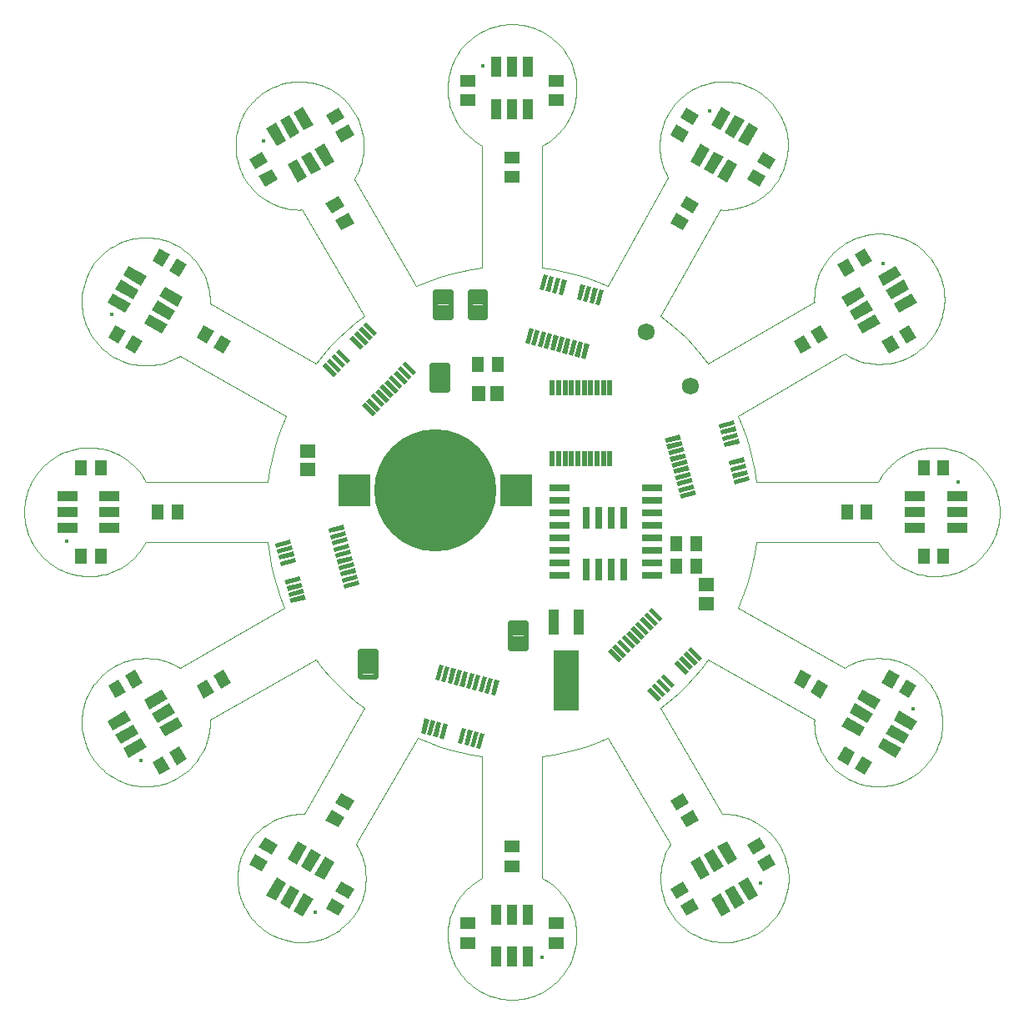
<source format=gbs>
G75*
G70*
%OFA0B0*%
%FSLAX24Y24*%
%IPPOS*%
%LPD*%
%AMOC8*
5,1,8,0,0,1.08239X$1,22.5*
%
%ADD10C,0.4882*%
%ADD11C,0.0679*%
%ADD12C,0.0000*%
%ADD13R,0.0434X0.0827*%
%ADD14C,0.0159*%
%ADD15R,0.0827X0.0434*%
%ADD16R,0.0620X0.0180*%
%ADD17R,0.0591X0.0473*%
%ADD18R,0.0473X0.0591*%
%ADD19R,0.0197X0.0631*%
%ADD20R,0.0280X0.0910*%
%ADD21R,0.1024X0.2402*%
%ADD22R,0.0434X0.1024*%
%ADD23R,0.1575X0.1575*%
%ADD24R,0.1300X0.1300*%
%ADD25R,0.0820X0.0250*%
%ADD26R,0.0631X0.0552*%
%ADD27R,0.0552X0.0631*%
%ADD28R,0.0434X0.0276*%
%ADD29C,0.0207*%
D10*
X016760Y020687D03*
D11*
X025181Y027021D03*
X026941Y024861D03*
D12*
X027661Y025741D02*
X031901Y028221D01*
X033101Y026141D02*
X028861Y023661D01*
X029581Y021021D02*
X034461Y021021D01*
X034523Y021130D01*
X034589Y021237D01*
X034661Y021340D01*
X034737Y021440D01*
X034818Y021535D01*
X034904Y021627D01*
X034994Y021715D01*
X035089Y021797D01*
X035187Y021876D01*
X035289Y021949D01*
X035395Y022017D01*
X035503Y022080D01*
X035615Y022138D01*
X035729Y022190D01*
X035846Y022236D01*
X035964Y022277D01*
X036085Y022312D01*
X036207Y022341D01*
X036331Y022364D01*
X036455Y022381D01*
X036580Y022392D01*
X036706Y022397D01*
X036831Y022395D01*
X036957Y022388D01*
X037081Y022374D01*
X037205Y022355D01*
X037328Y022329D01*
X037450Y022298D01*
X037570Y022260D01*
X037688Y022217D01*
X037803Y022168D01*
X037916Y022113D01*
X038027Y022053D01*
X038134Y021988D01*
X038238Y021917D01*
X038338Y021842D01*
X038435Y021762D01*
X038527Y021677D01*
X038616Y021588D01*
X038700Y021494D01*
X038779Y021397D01*
X038853Y021296D01*
X038923Y021191D01*
X038987Y021083D01*
X039046Y020972D01*
X039099Y020858D01*
X039147Y020742D01*
X039189Y020624D01*
X039225Y020504D01*
X039255Y020382D01*
X039280Y020258D01*
X039298Y020134D01*
X039310Y020009D01*
X039316Y019884D01*
X039316Y019758D01*
X039310Y019633D01*
X039298Y019508D01*
X039280Y019384D01*
X039255Y019260D01*
X039225Y019138D01*
X039189Y019018D01*
X039147Y018900D01*
X039099Y018784D01*
X039046Y018670D01*
X038987Y018559D01*
X038923Y018451D01*
X038853Y018346D01*
X038779Y018245D01*
X038700Y018148D01*
X038616Y018054D01*
X038527Y017965D01*
X038435Y017880D01*
X038338Y017800D01*
X038238Y017725D01*
X038134Y017654D01*
X038027Y017589D01*
X037916Y017529D01*
X037803Y017474D01*
X037688Y017425D01*
X037570Y017382D01*
X037450Y017344D01*
X037328Y017313D01*
X037205Y017287D01*
X037081Y017268D01*
X036957Y017254D01*
X036831Y017247D01*
X036706Y017245D01*
X036580Y017250D01*
X036455Y017261D01*
X036331Y017278D01*
X036207Y017301D01*
X036085Y017330D01*
X035964Y017365D01*
X035846Y017406D01*
X035729Y017452D01*
X035615Y017504D01*
X035503Y017562D01*
X035395Y017625D01*
X035289Y017693D01*
X035187Y017766D01*
X035089Y017845D01*
X034994Y017927D01*
X034904Y018015D01*
X034818Y018107D01*
X034737Y018202D01*
X034661Y018302D01*
X034589Y018405D01*
X034523Y018512D01*
X034461Y018621D01*
X029581Y018621D01*
X028861Y015981D02*
X033101Y013581D01*
X031901Y011501D02*
X027661Y013901D01*
X025741Y011981D02*
X028221Y007741D01*
X026141Y006541D02*
X023661Y010781D01*
X021021Y010061D02*
X021021Y005181D01*
X021130Y005119D01*
X021237Y005053D01*
X021340Y004981D01*
X021440Y004905D01*
X021535Y004824D01*
X021627Y004738D01*
X021715Y004648D01*
X021797Y004553D01*
X021876Y004455D01*
X021949Y004353D01*
X022017Y004247D01*
X022080Y004139D01*
X022138Y004027D01*
X022190Y003913D01*
X022236Y003796D01*
X022277Y003678D01*
X022312Y003557D01*
X022341Y003435D01*
X022364Y003311D01*
X022381Y003187D01*
X022392Y003062D01*
X022397Y002936D01*
X022395Y002811D01*
X022388Y002685D01*
X022374Y002561D01*
X022355Y002437D01*
X022329Y002314D01*
X022298Y002192D01*
X022260Y002072D01*
X022217Y001954D01*
X022168Y001839D01*
X022113Y001726D01*
X022053Y001615D01*
X021988Y001508D01*
X021917Y001404D01*
X021842Y001304D01*
X021762Y001207D01*
X021677Y001115D01*
X021588Y001026D01*
X021494Y000942D01*
X021397Y000863D01*
X021296Y000789D01*
X021191Y000719D01*
X021083Y000655D01*
X020972Y000596D01*
X020858Y000543D01*
X020742Y000495D01*
X020624Y000453D01*
X020504Y000417D01*
X020382Y000387D01*
X020258Y000362D01*
X020134Y000344D01*
X020009Y000332D01*
X019884Y000326D01*
X019758Y000326D01*
X019633Y000332D01*
X019508Y000344D01*
X019384Y000362D01*
X019260Y000387D01*
X019138Y000417D01*
X019018Y000453D01*
X018900Y000495D01*
X018784Y000543D01*
X018670Y000596D01*
X018559Y000655D01*
X018451Y000719D01*
X018346Y000789D01*
X018245Y000863D01*
X018148Y000942D01*
X018054Y001026D01*
X017965Y001115D01*
X017880Y001207D01*
X017800Y001304D01*
X017725Y001404D01*
X017654Y001508D01*
X017589Y001615D01*
X017529Y001726D01*
X017474Y001839D01*
X017425Y001954D01*
X017382Y002072D01*
X017344Y002192D01*
X017313Y002314D01*
X017287Y002437D01*
X017268Y002561D01*
X017254Y002685D01*
X017247Y002811D01*
X017245Y002936D01*
X017250Y003062D01*
X017261Y003187D01*
X017278Y003311D01*
X017301Y003435D01*
X017330Y003557D01*
X017365Y003678D01*
X017406Y003796D01*
X017452Y003913D01*
X017504Y004027D01*
X017562Y004139D01*
X017625Y004247D01*
X017693Y004353D01*
X017766Y004455D01*
X017845Y004553D01*
X017927Y004648D01*
X018015Y004738D01*
X018107Y004824D01*
X018202Y004905D01*
X018302Y004981D01*
X018405Y005053D01*
X018512Y005119D01*
X018621Y005181D01*
X018621Y010061D01*
X016061Y010781D02*
X013581Y006541D01*
X011501Y007741D02*
X013901Y011981D01*
X011981Y013901D02*
X007741Y011501D01*
X006541Y013581D02*
X010701Y015981D01*
X010061Y018621D02*
X005181Y018621D01*
X005119Y018512D01*
X005053Y018405D01*
X004981Y018302D01*
X004905Y018202D01*
X004824Y018107D01*
X004738Y018015D01*
X004648Y017927D01*
X004553Y017845D01*
X004455Y017766D01*
X004353Y017693D01*
X004247Y017625D01*
X004139Y017562D01*
X004027Y017504D01*
X003913Y017452D01*
X003796Y017406D01*
X003678Y017365D01*
X003557Y017330D01*
X003435Y017301D01*
X003311Y017278D01*
X003187Y017261D01*
X003062Y017250D01*
X002936Y017245D01*
X002811Y017247D01*
X002685Y017254D01*
X002561Y017268D01*
X002437Y017287D01*
X002314Y017313D01*
X002192Y017344D01*
X002072Y017382D01*
X001954Y017425D01*
X001839Y017474D01*
X001726Y017529D01*
X001615Y017589D01*
X001508Y017654D01*
X001404Y017725D01*
X001304Y017800D01*
X001207Y017880D01*
X001115Y017965D01*
X001026Y018054D01*
X000942Y018148D01*
X000863Y018245D01*
X000789Y018346D01*
X000719Y018451D01*
X000655Y018559D01*
X000596Y018670D01*
X000543Y018784D01*
X000495Y018900D01*
X000453Y019018D01*
X000417Y019138D01*
X000387Y019260D01*
X000362Y019384D01*
X000344Y019508D01*
X000332Y019633D01*
X000326Y019758D01*
X000326Y019884D01*
X000332Y020009D01*
X000344Y020134D01*
X000362Y020258D01*
X000387Y020382D01*
X000417Y020504D01*
X000453Y020624D01*
X000495Y020742D01*
X000543Y020858D01*
X000596Y020972D01*
X000655Y021083D01*
X000719Y021191D01*
X000789Y021296D01*
X000863Y021397D01*
X000942Y021494D01*
X001026Y021588D01*
X001115Y021677D01*
X001207Y021762D01*
X001304Y021842D01*
X001404Y021917D01*
X001508Y021988D01*
X001615Y022053D01*
X001726Y022113D01*
X001839Y022168D01*
X001954Y022217D01*
X002072Y022260D01*
X002192Y022298D01*
X002314Y022329D01*
X002437Y022355D01*
X002561Y022374D01*
X002685Y022388D01*
X002811Y022395D01*
X002936Y022397D01*
X003062Y022392D01*
X003187Y022381D01*
X003311Y022364D01*
X003435Y022341D01*
X003557Y022312D01*
X003678Y022277D01*
X003796Y022236D01*
X003913Y022190D01*
X004027Y022138D01*
X004139Y022080D01*
X004247Y022017D01*
X004353Y021949D01*
X004455Y021876D01*
X004553Y021797D01*
X004648Y021715D01*
X004738Y021627D01*
X004824Y021535D01*
X004905Y021440D01*
X004981Y021340D01*
X005053Y021237D01*
X005119Y021130D01*
X005181Y021021D01*
X010061Y021021D01*
X010781Y023661D02*
X006541Y026061D01*
X007741Y028141D02*
X011981Y025741D01*
X013901Y027661D02*
X011421Y031901D01*
X013501Y033101D02*
X015981Y028861D01*
X018621Y029581D02*
X018621Y034461D01*
X018512Y034523D01*
X018405Y034589D01*
X018302Y034661D01*
X018202Y034737D01*
X018107Y034818D01*
X018015Y034904D01*
X017927Y034994D01*
X017845Y035089D01*
X017766Y035187D01*
X017693Y035289D01*
X017625Y035395D01*
X017562Y035503D01*
X017504Y035615D01*
X017452Y035729D01*
X017406Y035846D01*
X017365Y035964D01*
X017330Y036085D01*
X017301Y036207D01*
X017278Y036331D01*
X017261Y036455D01*
X017250Y036580D01*
X017245Y036706D01*
X017247Y036831D01*
X017254Y036957D01*
X017268Y037081D01*
X017287Y037205D01*
X017313Y037328D01*
X017344Y037450D01*
X017382Y037570D01*
X017425Y037688D01*
X017474Y037803D01*
X017529Y037916D01*
X017589Y038027D01*
X017654Y038134D01*
X017725Y038238D01*
X017800Y038338D01*
X017880Y038435D01*
X017965Y038527D01*
X018054Y038616D01*
X018148Y038700D01*
X018245Y038779D01*
X018346Y038853D01*
X018451Y038923D01*
X018559Y038987D01*
X018670Y039046D01*
X018784Y039099D01*
X018900Y039147D01*
X019018Y039189D01*
X019138Y039225D01*
X019260Y039255D01*
X019384Y039280D01*
X019508Y039298D01*
X019633Y039310D01*
X019758Y039316D01*
X019884Y039316D01*
X020009Y039310D01*
X020134Y039298D01*
X020258Y039280D01*
X020382Y039255D01*
X020504Y039225D01*
X020624Y039189D01*
X020742Y039147D01*
X020858Y039099D01*
X020972Y039046D01*
X021083Y038987D01*
X021191Y038923D01*
X021296Y038853D01*
X021397Y038779D01*
X021494Y038700D01*
X021588Y038616D01*
X021677Y038527D01*
X021762Y038435D01*
X021842Y038338D01*
X021917Y038238D01*
X021988Y038134D01*
X022053Y038027D01*
X022113Y037916D01*
X022168Y037803D01*
X022217Y037688D01*
X022260Y037570D01*
X022298Y037450D01*
X022329Y037328D01*
X022355Y037205D01*
X022374Y037081D01*
X022388Y036957D01*
X022395Y036831D01*
X022397Y036706D01*
X022392Y036580D01*
X022381Y036455D01*
X022364Y036331D01*
X022341Y036207D01*
X022312Y036085D01*
X022277Y035964D01*
X022236Y035846D01*
X022190Y035729D01*
X022138Y035615D01*
X022080Y035503D01*
X022017Y035395D01*
X021949Y035289D01*
X021876Y035187D01*
X021797Y035089D01*
X021715Y034994D01*
X021627Y034904D01*
X021535Y034818D01*
X021440Y034737D01*
X021340Y034661D01*
X021237Y034589D01*
X021130Y034523D01*
X021021Y034461D01*
X021021Y029581D01*
X023661Y028861D02*
X026061Y033181D01*
X028141Y031901D02*
X025741Y027661D01*
X028141Y031901D02*
X028267Y031897D01*
X028393Y031899D01*
X028518Y031908D01*
X028643Y031922D01*
X028766Y031943D01*
X028889Y031970D01*
X029010Y032002D01*
X029130Y032041D01*
X029247Y032085D01*
X029363Y032135D01*
X029475Y032191D01*
X029585Y032252D01*
X029691Y032319D01*
X029795Y032390D01*
X029894Y032467D01*
X029990Y032548D01*
X030082Y032634D01*
X030169Y032724D01*
X030252Y032818D01*
X030330Y032917D01*
X030403Y033019D01*
X030471Y033124D01*
X030534Y033233D01*
X030591Y033345D01*
X030643Y033459D01*
X030689Y033576D01*
X030730Y033695D01*
X030764Y033816D01*
X030793Y033938D01*
X030816Y034061D01*
X030832Y034186D01*
X030843Y034311D01*
X030847Y034437D01*
X030845Y034562D01*
X030837Y034687D01*
X030823Y034812D01*
X030803Y034936D01*
X030776Y035059D01*
X030744Y035180D01*
X030706Y035300D01*
X030662Y035418D01*
X030612Y035533D01*
X030557Y035646D01*
X030496Y035756D01*
X030430Y035862D01*
X030359Y035966D01*
X030283Y036066D01*
X030202Y036162D01*
X030116Y036254D01*
X030026Y036341D01*
X029932Y036424D01*
X029834Y036503D01*
X029732Y036576D01*
X029627Y036645D01*
X029518Y036708D01*
X029407Y036766D01*
X029293Y036818D01*
X029176Y036864D01*
X029057Y036905D01*
X028937Y036940D01*
X028814Y036969D01*
X028691Y036992D01*
X028566Y037009D01*
X028441Y037020D01*
X028316Y037025D01*
X028190Y037023D01*
X028065Y037016D01*
X027940Y037002D01*
X027816Y036982D01*
X027693Y036956D01*
X027572Y036924D01*
X027452Y036887D01*
X027334Y036843D01*
X027219Y036794D01*
X027106Y036739D01*
X026996Y036678D01*
X026889Y036613D01*
X026785Y036542D01*
X026685Y036466D01*
X026589Y036385D01*
X026496Y036300D01*
X026408Y036210D01*
X026325Y036116D01*
X026246Y036019D01*
X026173Y035917D01*
X026104Y035812D01*
X026040Y035704D01*
X025982Y035592D01*
X025929Y035478D01*
X025882Y035362D01*
X025841Y035243D01*
X025806Y035123D01*
X025776Y035001D01*
X025753Y034877D01*
X025736Y034753D01*
X025724Y034628D01*
X025719Y034502D01*
X025720Y034377D01*
X025728Y034251D01*
X025741Y034126D01*
X025760Y034002D01*
X025786Y033879D01*
X025817Y033758D01*
X025855Y033638D01*
X025898Y033520D01*
X025947Y033404D01*
X026001Y033291D01*
X026061Y033181D01*
X031900Y028221D02*
X031898Y028348D01*
X031902Y028475D01*
X031912Y028602D01*
X031928Y028728D01*
X031950Y028853D01*
X031978Y028977D01*
X032013Y029100D01*
X032053Y029220D01*
X032099Y029339D01*
X032151Y029455D01*
X032209Y029568D01*
X032272Y029679D01*
X032340Y029786D01*
X032413Y029890D01*
X032492Y029990D01*
X032575Y030086D01*
X032663Y030178D01*
X032755Y030265D01*
X032851Y030348D01*
X032951Y030426D01*
X033055Y030500D01*
X033163Y030568D01*
X033273Y030630D01*
X033387Y030688D01*
X033503Y030739D01*
X033622Y030785D01*
X033742Y030825D01*
X033865Y030859D01*
X033989Y030887D01*
X034114Y030909D01*
X034240Y030925D01*
X034367Y030935D01*
X034494Y030938D01*
X034621Y030935D01*
X034748Y030926D01*
X034874Y030911D01*
X035000Y030890D01*
X035124Y030862D01*
X035246Y030829D01*
X035367Y030790D01*
X035486Y030744D01*
X035603Y030693D01*
X035716Y030637D01*
X035827Y030575D01*
X035935Y030507D01*
X036039Y030435D01*
X036140Y030357D01*
X036237Y030275D01*
X036330Y030188D01*
X036418Y030096D01*
X036502Y030000D01*
X036580Y029901D01*
X036654Y029797D01*
X036723Y029690D01*
X036787Y029580D01*
X036845Y029467D01*
X036897Y029351D01*
X036944Y029233D01*
X036985Y029113D01*
X037020Y028991D01*
X037049Y028867D01*
X037072Y028742D01*
X037089Y028616D01*
X037099Y028489D01*
X037104Y028362D01*
X037102Y028235D01*
X037094Y028108D01*
X037080Y027982D01*
X037060Y027856D01*
X037033Y027732D01*
X037001Y027609D01*
X036962Y027488D01*
X036918Y027369D01*
X036868Y027252D01*
X036812Y027137D01*
X036751Y027026D01*
X036684Y026918D01*
X036613Y026813D01*
X036536Y026712D01*
X036454Y026614D01*
X036368Y026521D01*
X036277Y026432D01*
X036182Y026347D01*
X036083Y026268D01*
X035980Y026193D01*
X035874Y026123D01*
X035764Y026059D01*
X035651Y026000D01*
X035536Y025947D01*
X035418Y025899D01*
X035298Y025857D01*
X035176Y025821D01*
X035053Y025791D01*
X034928Y025767D01*
X034802Y025749D01*
X034675Y025738D01*
X034548Y025732D01*
X034421Y025733D01*
X034294Y025740D01*
X034168Y025753D01*
X034042Y025773D01*
X033918Y025798D01*
X033794Y025830D01*
X033673Y025867D01*
X033553Y025911D01*
X033436Y025960D01*
X033321Y026015D01*
X033210Y026075D01*
X033101Y026141D01*
X010061Y018621D02*
X010117Y018170D01*
X010195Y017723D01*
X010292Y017279D01*
X010408Y016841D01*
X010545Y016407D01*
X010701Y015981D01*
X006541Y013581D02*
X006434Y013645D01*
X006324Y013703D01*
X006211Y013756D01*
X006095Y013803D01*
X005978Y013845D01*
X005858Y013881D01*
X005737Y013911D01*
X005615Y013935D01*
X005491Y013953D01*
X005367Y013965D01*
X005243Y013971D01*
X005118Y013971D01*
X004993Y013965D01*
X004869Y013953D01*
X004746Y013935D01*
X004623Y013911D01*
X004502Y013880D01*
X004383Y013845D01*
X004265Y013803D01*
X004150Y013755D01*
X004037Y013702D01*
X003927Y013644D01*
X003820Y013580D01*
X003716Y013511D01*
X003615Y013438D01*
X003518Y013359D01*
X003425Y013276D01*
X003337Y013188D01*
X003252Y013096D01*
X003172Y013000D01*
X003097Y012901D01*
X003027Y012798D01*
X002962Y012691D01*
X002903Y012582D01*
X002848Y012469D01*
X002799Y012354D01*
X002756Y012237D01*
X002719Y012118D01*
X002687Y011998D01*
X002662Y011876D01*
X002642Y011752D01*
X002628Y011628D01*
X002621Y011504D01*
X002619Y011379D01*
X002624Y011255D01*
X002634Y011130D01*
X002651Y011007D01*
X002674Y010884D01*
X002702Y010763D01*
X002737Y010643D01*
X002777Y010525D01*
X002823Y010409D01*
X002874Y010295D01*
X002931Y010184D01*
X002994Y010076D01*
X003061Y009971D01*
X003134Y009870D01*
X003211Y009772D01*
X003293Y009678D01*
X003380Y009588D01*
X003471Y009503D01*
X003565Y009422D01*
X003664Y009345D01*
X003766Y009274D01*
X003872Y009208D01*
X003981Y009147D01*
X004092Y009091D01*
X004207Y009041D01*
X004323Y008996D01*
X004442Y008957D01*
X004562Y008924D01*
X004684Y008897D01*
X004807Y008876D01*
X004930Y008860D01*
X005055Y008851D01*
X005179Y008848D01*
X005304Y008851D01*
X005429Y008860D01*
X005552Y008875D01*
X005675Y008896D01*
X005797Y008923D01*
X005917Y008956D01*
X006036Y008995D01*
X006152Y009039D01*
X006267Y009089D01*
X006378Y009145D01*
X006487Y009206D01*
X006593Y009272D01*
X006695Y009343D01*
X006794Y009420D01*
X006889Y009500D01*
X006980Y009586D01*
X007067Y009676D01*
X007149Y009769D01*
X007226Y009867D01*
X007299Y009969D01*
X007367Y010073D01*
X007429Y010181D01*
X007486Y010292D01*
X007538Y010406D01*
X007584Y010522D01*
X007624Y010640D01*
X007659Y010760D01*
X007688Y010881D01*
X007711Y011004D01*
X007727Y011127D01*
X007738Y011251D01*
X007743Y011376D01*
X007741Y011501D01*
X011501Y007741D02*
X011376Y007743D01*
X011251Y007738D01*
X011127Y007727D01*
X011004Y007711D01*
X010881Y007688D01*
X010760Y007659D01*
X010640Y007624D01*
X010522Y007584D01*
X010406Y007538D01*
X010292Y007486D01*
X010181Y007429D01*
X010073Y007367D01*
X009969Y007299D01*
X009867Y007226D01*
X009769Y007149D01*
X009676Y007067D01*
X009586Y006980D01*
X009500Y006889D01*
X009420Y006794D01*
X009343Y006695D01*
X009272Y006593D01*
X009206Y006487D01*
X009145Y006378D01*
X009089Y006267D01*
X009039Y006152D01*
X008995Y006036D01*
X008956Y005917D01*
X008923Y005797D01*
X008896Y005675D01*
X008875Y005552D01*
X008860Y005429D01*
X008851Y005304D01*
X008848Y005179D01*
X008851Y005055D01*
X008860Y004930D01*
X008876Y004807D01*
X008897Y004684D01*
X008924Y004562D01*
X008957Y004442D01*
X008996Y004323D01*
X009041Y004207D01*
X009091Y004092D01*
X009147Y003981D01*
X009208Y003872D01*
X009274Y003766D01*
X009345Y003664D01*
X009422Y003565D01*
X009503Y003471D01*
X009588Y003380D01*
X009678Y003293D01*
X009772Y003211D01*
X009870Y003134D01*
X009971Y003061D01*
X010076Y002994D01*
X010184Y002931D01*
X010295Y002874D01*
X010409Y002823D01*
X010525Y002777D01*
X010643Y002737D01*
X010763Y002702D01*
X010884Y002674D01*
X011007Y002651D01*
X011130Y002634D01*
X011255Y002624D01*
X011379Y002619D01*
X011504Y002621D01*
X011628Y002628D01*
X011752Y002642D01*
X011876Y002662D01*
X011998Y002687D01*
X012118Y002719D01*
X012237Y002756D01*
X012354Y002799D01*
X012469Y002848D01*
X012582Y002903D01*
X012691Y002962D01*
X012798Y003027D01*
X012901Y003097D01*
X013000Y003172D01*
X013096Y003252D01*
X013188Y003337D01*
X013276Y003425D01*
X013359Y003518D01*
X013438Y003615D01*
X013511Y003716D01*
X013580Y003820D01*
X013644Y003927D01*
X013702Y004037D01*
X013755Y004150D01*
X013803Y004265D01*
X013845Y004383D01*
X013880Y004502D01*
X013911Y004623D01*
X013935Y004746D01*
X013953Y004869D01*
X013965Y004993D01*
X013971Y005118D01*
X013971Y005243D01*
X013965Y005367D01*
X013953Y005491D01*
X013935Y005615D01*
X013911Y005737D01*
X013881Y005858D01*
X013845Y005978D01*
X013803Y006095D01*
X013756Y006211D01*
X013703Y006324D01*
X013645Y006434D01*
X013581Y006541D01*
X029581Y021022D02*
X029512Y021474D01*
X029423Y021923D01*
X029313Y022367D01*
X029182Y022805D01*
X029032Y023237D01*
X028861Y023662D01*
X018621Y010061D02*
X018182Y010132D01*
X017747Y010223D01*
X017317Y010334D01*
X016892Y010464D01*
X016473Y010613D01*
X016061Y010781D01*
X010061Y021021D02*
X010129Y021473D01*
X010219Y021922D01*
X010329Y022366D01*
X010459Y022804D01*
X010610Y023236D01*
X010781Y023661D01*
X006541Y026061D02*
X006434Y025997D01*
X006324Y025939D01*
X006211Y025886D01*
X006095Y025839D01*
X005978Y025797D01*
X005858Y025761D01*
X005737Y025731D01*
X005615Y025707D01*
X005491Y025689D01*
X005367Y025677D01*
X005243Y025671D01*
X005118Y025671D01*
X004993Y025677D01*
X004869Y025689D01*
X004746Y025707D01*
X004623Y025731D01*
X004502Y025762D01*
X004383Y025797D01*
X004265Y025839D01*
X004150Y025887D01*
X004037Y025940D01*
X003927Y025998D01*
X003820Y026062D01*
X003716Y026131D01*
X003615Y026204D01*
X003518Y026283D01*
X003425Y026366D01*
X003337Y026454D01*
X003252Y026546D01*
X003172Y026642D01*
X003097Y026741D01*
X003027Y026844D01*
X002962Y026951D01*
X002903Y027060D01*
X002848Y027173D01*
X002799Y027288D01*
X002756Y027405D01*
X002719Y027524D01*
X002687Y027644D01*
X002662Y027766D01*
X002642Y027890D01*
X002628Y028014D01*
X002621Y028138D01*
X002619Y028263D01*
X002624Y028387D01*
X002634Y028512D01*
X002651Y028635D01*
X002674Y028758D01*
X002702Y028879D01*
X002737Y028999D01*
X002777Y029117D01*
X002823Y029233D01*
X002874Y029347D01*
X002931Y029458D01*
X002994Y029566D01*
X003061Y029671D01*
X003134Y029772D01*
X003211Y029870D01*
X003293Y029964D01*
X003380Y030054D01*
X003471Y030139D01*
X003565Y030220D01*
X003664Y030297D01*
X003766Y030368D01*
X003872Y030434D01*
X003981Y030495D01*
X004092Y030551D01*
X004207Y030601D01*
X004323Y030646D01*
X004442Y030685D01*
X004562Y030718D01*
X004684Y030745D01*
X004807Y030766D01*
X004930Y030782D01*
X005055Y030791D01*
X005179Y030794D01*
X005304Y030791D01*
X005429Y030782D01*
X005552Y030767D01*
X005675Y030746D01*
X005797Y030719D01*
X005917Y030686D01*
X006036Y030647D01*
X006152Y030603D01*
X006267Y030553D01*
X006378Y030497D01*
X006487Y030436D01*
X006593Y030370D01*
X006695Y030299D01*
X006794Y030222D01*
X006889Y030142D01*
X006980Y030056D01*
X007067Y029966D01*
X007149Y029873D01*
X007226Y029775D01*
X007299Y029673D01*
X007367Y029569D01*
X007429Y029461D01*
X007486Y029350D01*
X007538Y029236D01*
X007584Y029120D01*
X007624Y029002D01*
X007659Y028882D01*
X007688Y028761D01*
X007711Y028638D01*
X007727Y028515D01*
X007738Y028391D01*
X007743Y028266D01*
X007741Y028141D01*
X011421Y031901D02*
X011296Y031899D01*
X011171Y031904D01*
X011047Y031915D01*
X010924Y031931D01*
X010801Y031954D01*
X010680Y031983D01*
X010560Y032018D01*
X010442Y032058D01*
X010326Y032104D01*
X010212Y032156D01*
X010101Y032213D01*
X009993Y032275D01*
X009889Y032343D01*
X009787Y032416D01*
X009689Y032493D01*
X009596Y032575D01*
X009506Y032662D01*
X009420Y032753D01*
X009340Y032848D01*
X009263Y032947D01*
X009192Y033049D01*
X009126Y033155D01*
X009065Y033264D01*
X009009Y033375D01*
X008959Y033490D01*
X008915Y033606D01*
X008876Y033725D01*
X008843Y033845D01*
X008816Y033967D01*
X008795Y034090D01*
X008780Y034213D01*
X008771Y034338D01*
X008768Y034463D01*
X008771Y034587D01*
X008780Y034712D01*
X008796Y034835D01*
X008817Y034958D01*
X008844Y035080D01*
X008877Y035200D01*
X008916Y035319D01*
X008961Y035435D01*
X009011Y035550D01*
X009067Y035661D01*
X009128Y035770D01*
X009194Y035876D01*
X009265Y035978D01*
X009342Y036077D01*
X009423Y036171D01*
X009508Y036262D01*
X009598Y036349D01*
X009692Y036431D01*
X009790Y036508D01*
X009891Y036581D01*
X009996Y036648D01*
X010104Y036711D01*
X010215Y036768D01*
X010329Y036819D01*
X010445Y036865D01*
X010563Y036905D01*
X010683Y036940D01*
X010804Y036968D01*
X010927Y036991D01*
X011050Y037008D01*
X011175Y037018D01*
X011299Y037023D01*
X011424Y037021D01*
X011548Y037014D01*
X011672Y037000D01*
X011796Y036980D01*
X011918Y036955D01*
X012038Y036923D01*
X012157Y036886D01*
X012274Y036843D01*
X012389Y036794D01*
X012502Y036739D01*
X012611Y036680D01*
X012718Y036615D01*
X012821Y036545D01*
X012920Y036470D01*
X013016Y036390D01*
X013108Y036305D01*
X013196Y036217D01*
X013279Y036124D01*
X013358Y036027D01*
X013431Y035926D01*
X013500Y035822D01*
X013564Y035715D01*
X013622Y035605D01*
X013675Y035492D01*
X013723Y035377D01*
X013765Y035259D01*
X013800Y035140D01*
X013831Y035019D01*
X013855Y034896D01*
X013873Y034773D01*
X013885Y034649D01*
X013891Y034524D01*
X013891Y034399D01*
X013885Y034275D01*
X013873Y034151D01*
X013855Y034027D01*
X013831Y033905D01*
X013801Y033784D01*
X013765Y033664D01*
X013723Y033547D01*
X013676Y033431D01*
X013623Y033318D01*
X013565Y033208D01*
X013501Y033101D01*
X029581Y018621D02*
X029513Y018169D01*
X029423Y017720D01*
X029313Y017276D01*
X029183Y016838D01*
X029032Y016406D01*
X028861Y015981D01*
X033101Y013581D02*
X033208Y013645D01*
X033318Y013703D01*
X033431Y013756D01*
X033547Y013803D01*
X033664Y013845D01*
X033784Y013881D01*
X033905Y013911D01*
X034027Y013935D01*
X034151Y013953D01*
X034275Y013965D01*
X034399Y013971D01*
X034524Y013971D01*
X034649Y013965D01*
X034773Y013953D01*
X034896Y013935D01*
X035019Y013911D01*
X035140Y013880D01*
X035259Y013845D01*
X035377Y013803D01*
X035492Y013755D01*
X035605Y013702D01*
X035715Y013644D01*
X035822Y013580D01*
X035926Y013511D01*
X036027Y013438D01*
X036124Y013359D01*
X036217Y013276D01*
X036305Y013188D01*
X036390Y013096D01*
X036470Y013000D01*
X036545Y012901D01*
X036615Y012798D01*
X036680Y012691D01*
X036739Y012582D01*
X036794Y012469D01*
X036843Y012354D01*
X036886Y012237D01*
X036923Y012118D01*
X036955Y011998D01*
X036980Y011876D01*
X037000Y011752D01*
X037014Y011628D01*
X037021Y011504D01*
X037023Y011379D01*
X037018Y011255D01*
X037008Y011130D01*
X036991Y011007D01*
X036968Y010884D01*
X036940Y010763D01*
X036905Y010643D01*
X036865Y010525D01*
X036819Y010409D01*
X036768Y010295D01*
X036711Y010184D01*
X036648Y010076D01*
X036581Y009971D01*
X036508Y009870D01*
X036431Y009772D01*
X036349Y009678D01*
X036262Y009588D01*
X036171Y009503D01*
X036077Y009422D01*
X035978Y009345D01*
X035876Y009274D01*
X035770Y009208D01*
X035661Y009147D01*
X035550Y009091D01*
X035435Y009041D01*
X035319Y008996D01*
X035200Y008957D01*
X035080Y008924D01*
X034958Y008897D01*
X034835Y008876D01*
X034712Y008860D01*
X034587Y008851D01*
X034463Y008848D01*
X034338Y008851D01*
X034213Y008860D01*
X034090Y008875D01*
X033967Y008896D01*
X033845Y008923D01*
X033725Y008956D01*
X033606Y008995D01*
X033490Y009039D01*
X033375Y009089D01*
X033264Y009145D01*
X033155Y009206D01*
X033049Y009272D01*
X032947Y009343D01*
X032848Y009420D01*
X032753Y009500D01*
X032662Y009586D01*
X032575Y009676D01*
X032493Y009769D01*
X032416Y009867D01*
X032343Y009969D01*
X032275Y010073D01*
X032213Y010181D01*
X032156Y010292D01*
X032104Y010406D01*
X032058Y010522D01*
X032018Y010640D01*
X031983Y010760D01*
X031954Y010881D01*
X031931Y011004D01*
X031915Y011127D01*
X031904Y011251D01*
X031899Y011376D01*
X031901Y011501D01*
X028221Y007741D02*
X028346Y007743D01*
X028471Y007738D01*
X028595Y007727D01*
X028718Y007711D01*
X028841Y007688D01*
X028962Y007659D01*
X029082Y007624D01*
X029200Y007584D01*
X029316Y007538D01*
X029430Y007486D01*
X029541Y007429D01*
X029649Y007367D01*
X029753Y007299D01*
X029855Y007226D01*
X029953Y007149D01*
X030046Y007067D01*
X030136Y006980D01*
X030222Y006889D01*
X030302Y006794D01*
X030379Y006695D01*
X030450Y006593D01*
X030516Y006487D01*
X030577Y006378D01*
X030633Y006267D01*
X030683Y006152D01*
X030727Y006036D01*
X030766Y005917D01*
X030799Y005797D01*
X030826Y005675D01*
X030847Y005552D01*
X030862Y005429D01*
X030871Y005304D01*
X030874Y005179D01*
X030871Y005055D01*
X030862Y004930D01*
X030846Y004807D01*
X030825Y004684D01*
X030798Y004562D01*
X030765Y004442D01*
X030726Y004323D01*
X030681Y004207D01*
X030631Y004092D01*
X030575Y003981D01*
X030514Y003872D01*
X030448Y003766D01*
X030377Y003664D01*
X030300Y003565D01*
X030219Y003471D01*
X030134Y003380D01*
X030044Y003293D01*
X029950Y003211D01*
X029852Y003134D01*
X029751Y003061D01*
X029646Y002994D01*
X029538Y002931D01*
X029427Y002874D01*
X029313Y002823D01*
X029197Y002777D01*
X029079Y002737D01*
X028959Y002702D01*
X028838Y002674D01*
X028715Y002651D01*
X028592Y002634D01*
X028467Y002624D01*
X028343Y002619D01*
X028218Y002621D01*
X028094Y002628D01*
X027970Y002642D01*
X027846Y002662D01*
X027724Y002687D01*
X027604Y002719D01*
X027485Y002756D01*
X027368Y002799D01*
X027253Y002848D01*
X027140Y002903D01*
X027031Y002962D01*
X026924Y003027D01*
X026821Y003097D01*
X026722Y003172D01*
X026626Y003252D01*
X026534Y003337D01*
X026446Y003425D01*
X026363Y003518D01*
X026284Y003615D01*
X026211Y003716D01*
X026142Y003820D01*
X026078Y003927D01*
X026020Y004037D01*
X025967Y004150D01*
X025919Y004265D01*
X025877Y004383D01*
X025842Y004502D01*
X025811Y004623D01*
X025787Y004746D01*
X025769Y004869D01*
X025757Y004993D01*
X025751Y005118D01*
X025751Y005243D01*
X025757Y005367D01*
X025769Y005491D01*
X025787Y005615D01*
X025811Y005737D01*
X025841Y005858D01*
X025877Y005978D01*
X025919Y006095D01*
X025966Y006211D01*
X026019Y006324D01*
X026077Y006434D01*
X026141Y006541D01*
X018621Y029581D02*
X018169Y029513D01*
X017720Y029423D01*
X017276Y029313D01*
X016838Y029183D01*
X016406Y029032D01*
X015981Y028861D01*
X021021Y010061D02*
X021473Y010129D01*
X021922Y010219D01*
X022366Y010329D01*
X022804Y010459D01*
X023236Y010610D01*
X023661Y010781D01*
X013901Y011981D02*
X013545Y012263D01*
X013203Y012561D01*
X012874Y012874D01*
X012561Y013203D01*
X012263Y013545D01*
X011981Y013901D01*
X021021Y029581D02*
X021473Y029513D01*
X021922Y029423D01*
X022366Y029313D01*
X022804Y029183D01*
X023236Y029032D01*
X023661Y028861D01*
X027661Y013901D02*
X027379Y013545D01*
X027081Y013203D01*
X026768Y012874D01*
X026439Y012561D01*
X026097Y012263D01*
X025741Y011981D01*
X027661Y025741D02*
X027379Y026097D01*
X027081Y026439D01*
X026768Y026768D01*
X026439Y027081D01*
X026097Y027379D01*
X025741Y027661D01*
X013901Y027661D02*
X013545Y027379D01*
X013203Y027081D01*
X012874Y026768D01*
X012561Y026439D01*
X012263Y026097D01*
X011981Y025741D01*
D13*
G36*
X006665Y028403D02*
X006448Y028027D01*
X005733Y028439D01*
X005950Y028815D01*
X006665Y028403D01*
G37*
G36*
X006350Y027858D02*
X006133Y027482D01*
X005418Y027894D01*
X005635Y028270D01*
X006350Y027858D01*
G37*
G36*
X006035Y027312D02*
X005818Y026936D01*
X005103Y027348D01*
X005320Y027724D01*
X006035Y027312D01*
G37*
G36*
X004895Y028698D02*
X004678Y028322D01*
X003963Y028734D01*
X004180Y029110D01*
X004895Y028698D01*
G37*
G36*
X005210Y029243D02*
X004993Y028867D01*
X004278Y029279D01*
X004495Y029655D01*
X005210Y029243D01*
G37*
G36*
X004580Y028152D02*
X004363Y027776D01*
X003648Y028188D01*
X003865Y028564D01*
X004580Y028152D01*
G37*
G36*
X011625Y033205D02*
X011249Y032988D01*
X010837Y033703D01*
X011213Y033920D01*
X011625Y033205D01*
G37*
G36*
X012171Y033519D02*
X011795Y033302D01*
X011383Y034017D01*
X011759Y034234D01*
X012171Y033519D01*
G37*
G36*
X012716Y033834D02*
X012340Y033617D01*
X011928Y034332D01*
X012304Y034549D01*
X012716Y033834D01*
G37*
G36*
X011876Y035289D02*
X011500Y035072D01*
X011088Y035787D01*
X011464Y036004D01*
X011876Y035289D01*
G37*
G36*
X011331Y034974D02*
X010955Y034757D01*
X010543Y035472D01*
X010919Y035689D01*
X011331Y034974D01*
G37*
G36*
X010785Y034659D02*
X010409Y034442D01*
X009997Y035157D01*
X010373Y035374D01*
X010785Y034659D01*
G37*
X019196Y035925D03*
X019826Y035925D03*
X020456Y035925D03*
X020456Y037605D03*
X019826Y037605D03*
X019196Y037605D03*
G36*
X027312Y033617D02*
X026936Y033834D01*
X027348Y034549D01*
X027724Y034332D01*
X027312Y033617D01*
G37*
G36*
X027858Y033302D02*
X027482Y033519D01*
X027894Y034234D01*
X028270Y034017D01*
X027858Y033302D01*
G37*
G36*
X028403Y032988D02*
X028027Y033205D01*
X028439Y033920D01*
X028815Y033703D01*
X028403Y032988D01*
G37*
G36*
X029243Y034442D02*
X028867Y034659D01*
X029279Y035374D01*
X029655Y035157D01*
X029243Y034442D01*
G37*
G36*
X028698Y034757D02*
X028322Y034974D01*
X028734Y035689D01*
X029110Y035472D01*
X028698Y034757D01*
G37*
G36*
X028152Y035072D02*
X027776Y035289D01*
X028188Y036004D01*
X028564Y035787D01*
X028152Y035072D01*
G37*
G36*
X033205Y028027D02*
X032988Y028403D01*
X033703Y028815D01*
X033920Y028439D01*
X033205Y028027D01*
G37*
G36*
X033520Y027482D02*
X033303Y027858D01*
X034018Y028270D01*
X034235Y027894D01*
X033520Y027482D01*
G37*
G36*
X033834Y026936D02*
X033617Y027312D01*
X034332Y027724D01*
X034549Y027348D01*
X033834Y026936D01*
G37*
G36*
X035289Y027776D02*
X035072Y028152D01*
X035787Y028564D01*
X036004Y028188D01*
X035289Y027776D01*
G37*
G36*
X034974Y028322D02*
X034757Y028698D01*
X035472Y029110D01*
X035689Y028734D01*
X034974Y028322D01*
G37*
G36*
X034659Y028867D02*
X034442Y029243D01*
X035157Y029655D01*
X035374Y029279D01*
X034659Y028867D01*
G37*
G36*
X033617Y012340D02*
X033834Y012716D01*
X034549Y012304D01*
X034332Y011928D01*
X033617Y012340D01*
G37*
G36*
X033303Y011795D02*
X033520Y012171D01*
X034235Y011759D01*
X034018Y011383D01*
X033303Y011795D01*
G37*
G36*
X032988Y011249D02*
X033205Y011625D01*
X033920Y011213D01*
X033703Y010837D01*
X032988Y011249D01*
G37*
G36*
X034442Y010409D02*
X034659Y010785D01*
X035374Y010373D01*
X035157Y009997D01*
X034442Y010409D01*
G37*
G36*
X034757Y010955D02*
X034974Y011331D01*
X035689Y010919D01*
X035472Y010543D01*
X034757Y010955D01*
G37*
G36*
X035072Y011500D02*
X035289Y011876D01*
X036004Y011464D01*
X035787Y011088D01*
X035072Y011500D01*
G37*
G36*
X028027Y006448D02*
X028403Y006665D01*
X028815Y005950D01*
X028439Y005733D01*
X028027Y006448D01*
G37*
G36*
X027482Y006133D02*
X027858Y006350D01*
X028270Y005635D01*
X027894Y005418D01*
X027482Y006133D01*
G37*
G36*
X026936Y005818D02*
X027312Y006035D01*
X027724Y005320D01*
X027348Y005103D01*
X026936Y005818D01*
G37*
G36*
X027776Y004363D02*
X028152Y004580D01*
X028564Y003865D01*
X028188Y003648D01*
X027776Y004363D01*
G37*
G36*
X028322Y004678D02*
X028698Y004895D01*
X029110Y004180D01*
X028734Y003963D01*
X028322Y004678D01*
G37*
G36*
X028867Y004993D02*
X029243Y005210D01*
X029655Y004495D01*
X029279Y004278D01*
X028867Y004993D01*
G37*
X020456Y003727D03*
X019826Y003727D03*
X019196Y003727D03*
X019196Y002047D03*
X019826Y002047D03*
X020456Y002047D03*
G36*
X012340Y006035D02*
X012716Y005818D01*
X012304Y005103D01*
X011928Y005320D01*
X012340Y006035D01*
G37*
G36*
X011795Y006350D02*
X012171Y006133D01*
X011759Y005418D01*
X011383Y005635D01*
X011795Y006350D01*
G37*
G36*
X011249Y006665D02*
X011625Y006448D01*
X011213Y005733D01*
X010837Y005950D01*
X011249Y006665D01*
G37*
G36*
X010409Y005210D02*
X010785Y004993D01*
X010373Y004278D01*
X009997Y004495D01*
X010409Y005210D01*
G37*
G36*
X010955Y004895D02*
X011331Y004678D01*
X010919Y003963D01*
X010543Y004180D01*
X010955Y004895D01*
G37*
G36*
X011500Y004580D02*
X011876Y004363D01*
X011464Y003648D01*
X011088Y003865D01*
X011500Y004580D01*
G37*
G36*
X006448Y011625D02*
X006665Y011249D01*
X005950Y010837D01*
X005733Y011213D01*
X006448Y011625D01*
G37*
G36*
X006133Y012171D02*
X006350Y011795D01*
X005635Y011383D01*
X005418Y011759D01*
X006133Y012171D01*
G37*
G36*
X005818Y012716D02*
X006035Y012340D01*
X005320Y011928D01*
X005103Y012304D01*
X005818Y012716D01*
G37*
G36*
X004363Y011876D02*
X004580Y011500D01*
X003865Y011088D01*
X003648Y011464D01*
X004363Y011876D01*
G37*
G36*
X004678Y011331D02*
X004895Y010955D01*
X004180Y010543D01*
X003963Y010919D01*
X004678Y011331D01*
G37*
G36*
X004993Y010785D02*
X005210Y010409D01*
X004495Y009997D01*
X004278Y010373D01*
X004993Y010785D01*
G37*
D14*
X004993Y009898D03*
X011944Y003811D03*
X021007Y002016D03*
X029754Y004993D03*
X035841Y011944D03*
X037636Y021007D03*
X034660Y029754D03*
X027708Y035841D03*
X018645Y037636D03*
X009898Y034660D03*
X003811Y027708D03*
X002016Y018645D03*
D15*
X002047Y019196D03*
X002047Y019826D03*
X002047Y020456D03*
X003727Y020456D03*
X003727Y019826D03*
X003727Y019196D03*
X035925Y019196D03*
X035925Y019826D03*
X035925Y020456D03*
X037605Y020456D03*
X037605Y019826D03*
X037605Y019196D03*
D16*
G36*
X029314Y021085D02*
X028716Y020924D01*
X028670Y021097D01*
X029268Y021258D01*
X029314Y021085D01*
G37*
G36*
X029249Y021327D02*
X028651Y021166D01*
X028605Y021339D01*
X029203Y021500D01*
X029249Y021327D01*
G37*
G36*
X029182Y021578D02*
X028584Y021417D01*
X028538Y021590D01*
X029136Y021751D01*
X029182Y021578D01*
G37*
G36*
X029115Y021829D02*
X028517Y021668D01*
X028471Y021841D01*
X029069Y022002D01*
X029115Y021829D01*
G37*
G36*
X028918Y022563D02*
X028320Y022402D01*
X028274Y022575D01*
X028872Y022736D01*
X028918Y022563D01*
G37*
G36*
X028851Y022815D02*
X028253Y022654D01*
X028207Y022827D01*
X028805Y022988D01*
X028851Y022815D01*
G37*
G36*
X028783Y023066D02*
X028185Y022905D01*
X028139Y023078D01*
X028737Y023239D01*
X028783Y023066D01*
G37*
G36*
X028719Y023307D02*
X028121Y023146D01*
X028075Y023319D01*
X028673Y023480D01*
X028719Y023307D01*
G37*
G36*
X026906Y021496D02*
X026308Y021335D01*
X026262Y021508D01*
X026860Y021669D01*
X026906Y021496D01*
G37*
G36*
X026970Y021255D02*
X026372Y021094D01*
X026326Y021267D01*
X026924Y021428D01*
X026970Y021255D01*
G37*
G36*
X027038Y021004D02*
X026440Y020843D01*
X026394Y021016D01*
X026992Y021177D01*
X027038Y021004D01*
G37*
G36*
X027105Y020752D02*
X026507Y020591D01*
X026461Y020764D01*
X027059Y020925D01*
X027105Y020752D01*
G37*
G36*
X027169Y020511D02*
X026571Y020350D01*
X026525Y020523D01*
X027123Y020684D01*
X027169Y020511D01*
G37*
G36*
X026838Y021747D02*
X026240Y021586D01*
X026194Y021759D01*
X026792Y021920D01*
X026838Y021747D01*
G37*
G36*
X026773Y021989D02*
X026175Y021828D01*
X026129Y022001D01*
X026727Y022162D01*
X026773Y021989D01*
G37*
G36*
X026706Y022240D02*
X026108Y022079D01*
X026062Y022252D01*
X026660Y022413D01*
X026706Y022240D01*
G37*
G36*
X026639Y022491D02*
X026041Y022330D01*
X025995Y022503D01*
X026593Y022664D01*
X026639Y022491D01*
G37*
G36*
X026574Y022733D02*
X025976Y022572D01*
X025930Y022745D01*
X026528Y022906D01*
X026574Y022733D01*
G37*
G36*
X022906Y026528D02*
X022745Y025930D01*
X022572Y025976D01*
X022733Y026574D01*
X022906Y026528D01*
G37*
G36*
X022664Y026593D02*
X022503Y025995D01*
X022330Y026041D01*
X022491Y026639D01*
X022664Y026593D01*
G37*
G36*
X022413Y026660D02*
X022252Y026062D01*
X022079Y026108D01*
X022240Y026706D01*
X022413Y026660D01*
G37*
G36*
X022162Y026727D02*
X022001Y026129D01*
X021828Y026175D01*
X021989Y026773D01*
X022162Y026727D01*
G37*
G36*
X021920Y026792D02*
X021759Y026194D01*
X021586Y026240D01*
X021747Y026838D01*
X021920Y026792D01*
G37*
G36*
X021669Y026859D02*
X021508Y026261D01*
X021335Y026307D01*
X021496Y026905D01*
X021669Y026859D01*
G37*
G36*
X021428Y026924D02*
X021267Y026326D01*
X021094Y026372D01*
X021255Y026970D01*
X021428Y026924D01*
G37*
G36*
X021177Y026991D02*
X021016Y026393D01*
X020843Y026439D01*
X021004Y027037D01*
X021177Y026991D01*
G37*
G36*
X020925Y027059D02*
X020764Y026461D01*
X020591Y026507D01*
X020752Y027105D01*
X020925Y027059D01*
G37*
G36*
X020684Y027123D02*
X020523Y026525D01*
X020350Y026571D01*
X020511Y027169D01*
X020684Y027123D01*
G37*
G36*
X021500Y029203D02*
X021339Y028605D01*
X021166Y028651D01*
X021327Y029249D01*
X021500Y029203D01*
G37*
G36*
X021751Y029136D02*
X021590Y028538D01*
X021417Y028584D01*
X021578Y029182D01*
X021751Y029136D01*
G37*
G36*
X022002Y029069D02*
X021841Y028471D01*
X021668Y028517D01*
X021829Y029115D01*
X022002Y029069D01*
G37*
G36*
X022736Y028872D02*
X022575Y028274D01*
X022402Y028320D01*
X022563Y028918D01*
X022736Y028872D01*
G37*
G36*
X022988Y028805D02*
X022827Y028207D01*
X022654Y028253D01*
X022815Y028851D01*
X022988Y028805D01*
G37*
G36*
X023239Y028737D02*
X023078Y028139D01*
X022905Y028185D01*
X023066Y028783D01*
X023239Y028737D01*
G37*
G36*
X023480Y028673D02*
X023319Y028075D01*
X023146Y028121D01*
X023307Y028719D01*
X023480Y028673D01*
G37*
G36*
X021259Y029268D02*
X021098Y028670D01*
X020925Y028716D01*
X021086Y029314D01*
X021259Y029268D01*
G37*
G36*
X015562Y025843D02*
X015999Y025406D01*
X015872Y025279D01*
X015435Y025716D01*
X015562Y025843D01*
G37*
G36*
X015385Y025667D02*
X015822Y025230D01*
X015695Y025103D01*
X015258Y025540D01*
X015385Y025667D01*
G37*
G36*
X015202Y025483D02*
X015639Y025046D01*
X015512Y024919D01*
X015075Y025356D01*
X015202Y025483D01*
G37*
G36*
X015018Y025299D02*
X015455Y024862D01*
X015328Y024735D01*
X014891Y025172D01*
X015018Y025299D01*
G37*
G36*
X014841Y025122D02*
X015278Y024685D01*
X015151Y024558D01*
X014714Y024995D01*
X014841Y025122D01*
G37*
G36*
X014657Y024938D02*
X015094Y024501D01*
X014967Y024374D01*
X014530Y024811D01*
X014657Y024938D01*
G37*
G36*
X014480Y024761D02*
X014917Y024324D01*
X014790Y024197D01*
X014353Y024634D01*
X014480Y024761D01*
G37*
G36*
X014297Y024578D02*
X014734Y024141D01*
X014607Y024014D01*
X014170Y024451D01*
X014297Y024578D01*
G37*
G36*
X014113Y024394D02*
X014550Y023957D01*
X014423Y023830D01*
X013986Y024267D01*
X014113Y024394D01*
G37*
G36*
X013936Y024217D02*
X014373Y023780D01*
X014246Y023653D01*
X013809Y024090D01*
X013936Y024217D01*
G37*
G36*
X012543Y025964D02*
X012980Y025527D01*
X012853Y025400D01*
X012416Y025837D01*
X012543Y025964D01*
G37*
G36*
X012727Y026147D02*
X013164Y025710D01*
X013037Y025583D01*
X012600Y026020D01*
X012727Y026147D01*
G37*
G36*
X012911Y026331D02*
X013348Y025894D01*
X013221Y025767D01*
X012784Y026204D01*
X012911Y026331D01*
G37*
G36*
X013448Y026869D02*
X013885Y026432D01*
X013758Y026305D01*
X013321Y026742D01*
X013448Y026869D01*
G37*
G36*
X013632Y027053D02*
X014069Y026616D01*
X013942Y026489D01*
X013505Y026926D01*
X013632Y027053D01*
G37*
G36*
X013816Y027236D02*
X014253Y026799D01*
X014126Y026672D01*
X013689Y027109D01*
X013816Y027236D01*
G37*
G36*
X013992Y027413D02*
X014429Y026976D01*
X014302Y026849D01*
X013865Y027286D01*
X013992Y027413D01*
G37*
G36*
X012366Y025787D02*
X012803Y025350D01*
X012676Y025223D01*
X012239Y025660D01*
X012366Y025787D01*
G37*
G36*
X012483Y019141D02*
X013081Y019302D01*
X013127Y019129D01*
X012529Y018968D01*
X012483Y019141D01*
G37*
G36*
X012548Y018900D02*
X013146Y019061D01*
X013192Y018888D01*
X012594Y018727D01*
X012548Y018900D01*
G37*
G36*
X012615Y018649D02*
X013213Y018810D01*
X013259Y018637D01*
X012661Y018476D01*
X012615Y018649D01*
G37*
G36*
X012682Y018398D02*
X013280Y018559D01*
X013326Y018386D01*
X012728Y018225D01*
X012682Y018398D01*
G37*
G36*
X012747Y018156D02*
X013345Y018317D01*
X013391Y018144D01*
X012793Y017983D01*
X012747Y018156D01*
G37*
G36*
X012814Y017905D02*
X013412Y018066D01*
X013458Y017893D01*
X012860Y017732D01*
X012814Y017905D01*
G37*
G36*
X012879Y017663D02*
X013477Y017824D01*
X013523Y017651D01*
X012925Y017490D01*
X012879Y017663D01*
G37*
G36*
X012946Y017412D02*
X013544Y017573D01*
X013590Y017400D01*
X012992Y017239D01*
X012946Y017412D01*
G37*
G36*
X013013Y017161D02*
X013611Y017322D01*
X013657Y017149D01*
X013059Y016988D01*
X013013Y017161D01*
G37*
G36*
X013078Y016920D02*
X013676Y017081D01*
X013722Y016908D01*
X013124Y016747D01*
X013078Y016920D01*
G37*
G36*
X010934Y016345D02*
X011532Y016506D01*
X011578Y016333D01*
X010980Y016172D01*
X010934Y016345D01*
G37*
G36*
X010869Y016587D02*
X011467Y016748D01*
X011513Y016575D01*
X010915Y016414D01*
X010869Y016587D01*
G37*
G36*
X010802Y016838D02*
X011400Y016999D01*
X011446Y016826D01*
X010848Y016665D01*
X010802Y016838D01*
G37*
G36*
X010734Y017089D02*
X011332Y017250D01*
X011378Y017077D01*
X010780Y016916D01*
X010734Y017089D01*
G37*
G36*
X010538Y017823D02*
X011136Y017984D01*
X011182Y017811D01*
X010584Y017650D01*
X010538Y017823D01*
G37*
G36*
X010470Y018074D02*
X011068Y018235D01*
X011114Y018062D01*
X010516Y017901D01*
X010470Y018074D01*
G37*
G36*
X010403Y018325D02*
X011001Y018486D01*
X011047Y018313D01*
X010449Y018152D01*
X010403Y018325D01*
G37*
G36*
X010338Y018567D02*
X010936Y018728D01*
X010982Y018555D01*
X010384Y018394D01*
X010338Y018567D01*
G37*
G36*
X016747Y013124D02*
X016908Y013722D01*
X017081Y013676D01*
X016920Y013078D01*
X016747Y013124D01*
G37*
G36*
X016988Y013059D02*
X017149Y013657D01*
X017322Y013611D01*
X017161Y013013D01*
X016988Y013059D01*
G37*
G36*
X017239Y012992D02*
X017400Y013590D01*
X017573Y013544D01*
X017412Y012946D01*
X017239Y012992D01*
G37*
G36*
X017491Y012925D02*
X017652Y013523D01*
X017825Y013477D01*
X017664Y012879D01*
X017491Y012925D01*
G37*
G36*
X017732Y012860D02*
X017893Y013458D01*
X018066Y013412D01*
X017905Y012814D01*
X017732Y012860D01*
G37*
G36*
X017983Y012793D02*
X018144Y013391D01*
X018317Y013345D01*
X018156Y012747D01*
X017983Y012793D01*
G37*
G36*
X018225Y012728D02*
X018386Y013326D01*
X018559Y013280D01*
X018398Y012682D01*
X018225Y012728D01*
G37*
G36*
X018476Y012661D02*
X018637Y013259D01*
X018810Y013213D01*
X018649Y012615D01*
X018476Y012661D01*
G37*
G36*
X018727Y012593D02*
X018888Y013191D01*
X019061Y013145D01*
X018900Y012547D01*
X018727Y012593D01*
G37*
G36*
X018968Y012529D02*
X019129Y013127D01*
X019302Y013081D01*
X019141Y012483D01*
X018968Y012529D01*
G37*
G36*
X018152Y010449D02*
X018313Y011047D01*
X018486Y011001D01*
X018325Y010403D01*
X018152Y010449D01*
G37*
G36*
X017901Y010516D02*
X018062Y011114D01*
X018235Y011068D01*
X018074Y010470D01*
X017901Y010516D01*
G37*
G36*
X017650Y010584D02*
X017811Y011182D01*
X017984Y011136D01*
X017823Y010538D01*
X017650Y010584D01*
G37*
G36*
X016916Y010780D02*
X017077Y011378D01*
X017250Y011332D01*
X017089Y010734D01*
X016916Y010780D01*
G37*
G36*
X016665Y010848D02*
X016826Y011446D01*
X016999Y011400D01*
X016838Y010802D01*
X016665Y010848D01*
G37*
G36*
X016414Y010915D02*
X016575Y011513D01*
X016748Y011467D01*
X016587Y010869D01*
X016414Y010915D01*
G37*
G36*
X016172Y010980D02*
X016333Y011578D01*
X016506Y011532D01*
X016345Y010934D01*
X016172Y010980D01*
G37*
G36*
X018394Y010384D02*
X018555Y010982D01*
X018728Y010936D01*
X018567Y010338D01*
X018394Y010384D01*
G37*
G36*
X024090Y013809D02*
X023653Y014246D01*
X023780Y014373D01*
X024217Y013936D01*
X024090Y013809D01*
G37*
G36*
X024267Y013986D02*
X023830Y014423D01*
X023957Y014550D01*
X024394Y014113D01*
X024267Y013986D01*
G37*
G36*
X024451Y014169D02*
X024014Y014606D01*
X024141Y014733D01*
X024578Y014296D01*
X024451Y014169D01*
G37*
G36*
X024635Y014353D02*
X024198Y014790D01*
X024325Y014917D01*
X024762Y014480D01*
X024635Y014353D01*
G37*
G36*
X024811Y014530D02*
X024374Y014967D01*
X024501Y015094D01*
X024938Y014657D01*
X024811Y014530D01*
G37*
G36*
X024995Y014714D02*
X024558Y015151D01*
X024685Y015278D01*
X025122Y014841D01*
X024995Y014714D01*
G37*
G36*
X025172Y014891D02*
X024735Y015328D01*
X024862Y015455D01*
X025299Y015018D01*
X025172Y014891D01*
G37*
G36*
X025356Y015075D02*
X024919Y015512D01*
X025046Y015639D01*
X025483Y015202D01*
X025356Y015075D01*
G37*
G36*
X025540Y015258D02*
X025103Y015695D01*
X025230Y015822D01*
X025667Y015385D01*
X025540Y015258D01*
G37*
G36*
X025716Y015435D02*
X025279Y015872D01*
X025406Y015999D01*
X025843Y015562D01*
X025716Y015435D01*
G37*
G36*
X027109Y013689D02*
X026672Y014126D01*
X026799Y014253D01*
X027236Y013816D01*
X027109Y013689D01*
G37*
G36*
X026926Y013505D02*
X026489Y013942D01*
X026616Y014069D01*
X027053Y013632D01*
X026926Y013505D01*
G37*
G36*
X026742Y013321D02*
X026305Y013758D01*
X026432Y013885D01*
X026869Y013448D01*
X026742Y013321D01*
G37*
G36*
X026204Y012784D02*
X025767Y013221D01*
X025894Y013348D01*
X026331Y012911D01*
X026204Y012784D01*
G37*
G36*
X026020Y012600D02*
X025583Y013037D01*
X025710Y013164D01*
X026147Y012727D01*
X026020Y012600D01*
G37*
G36*
X025837Y012416D02*
X025400Y012853D01*
X025527Y012980D01*
X025964Y012543D01*
X025837Y012416D01*
G37*
G36*
X025660Y012239D02*
X025223Y012676D01*
X025350Y012803D01*
X025787Y012366D01*
X025660Y012239D01*
G37*
G36*
X027286Y013865D02*
X026849Y014302D01*
X026976Y014429D01*
X027413Y013992D01*
X027286Y013865D01*
G37*
D17*
X019826Y006440D03*
X019826Y005653D03*
X018056Y003384D03*
X018056Y002596D03*
X021596Y002596D03*
X021596Y003384D03*
X019826Y033212D03*
X019826Y033999D03*
X018056Y036269D03*
X018056Y037056D03*
X021596Y037056D03*
X021596Y036269D03*
D18*
G36*
X026888Y035007D02*
X026652Y034600D01*
X026142Y034895D01*
X026378Y035302D01*
X026888Y035007D01*
G37*
G36*
X027282Y035688D02*
X027046Y035281D01*
X026536Y035576D01*
X026772Y035983D01*
X027282Y035688D01*
G37*
G36*
X029953Y033237D02*
X029717Y032830D01*
X029207Y033125D01*
X029443Y033532D01*
X029953Y033237D01*
G37*
G36*
X030347Y033919D02*
X030111Y033512D01*
X029601Y033807D01*
X029837Y034214D01*
X030347Y033919D01*
G37*
G36*
X027286Y032157D02*
X027050Y031750D01*
X026540Y032045D01*
X026776Y032452D01*
X027286Y032157D01*
G37*
G36*
X026892Y031475D02*
X026656Y031068D01*
X026146Y031363D01*
X026382Y031770D01*
X026892Y031475D01*
G37*
G36*
X031770Y026382D02*
X031363Y026146D01*
X031068Y026656D01*
X031475Y026892D01*
X031770Y026382D01*
G37*
G36*
X032452Y026776D02*
X032045Y026540D01*
X031750Y027050D01*
X032157Y027286D01*
X032452Y026776D01*
G37*
G36*
X035302Y026378D02*
X034895Y026142D01*
X034600Y026652D01*
X035007Y026888D01*
X035302Y026378D01*
G37*
G36*
X035983Y026772D02*
X035576Y026536D01*
X035281Y027046D01*
X035688Y027282D01*
X035983Y026772D01*
G37*
G36*
X033532Y029443D02*
X033125Y029207D01*
X032830Y029717D01*
X033237Y029953D01*
X033532Y029443D01*
G37*
G36*
X034214Y029837D02*
X033807Y029601D01*
X033512Y030111D01*
X033919Y030347D01*
X034214Y029837D01*
G37*
X036269Y021596D03*
X037056Y021596D03*
X033999Y019826D03*
X033212Y019826D03*
X036269Y018056D03*
X037056Y018056D03*
G36*
X035007Y012764D02*
X034600Y013000D01*
X034895Y013510D01*
X035302Y013274D01*
X035007Y012764D01*
G37*
G36*
X035688Y012370D02*
X035281Y012606D01*
X035576Y013116D01*
X035983Y012880D01*
X035688Y012370D01*
G37*
G36*
X033237Y009699D02*
X032830Y009935D01*
X033125Y010445D01*
X033532Y010209D01*
X033237Y009699D01*
G37*
G36*
X033919Y009306D02*
X033512Y009542D01*
X033807Y010052D01*
X034214Y009816D01*
X033919Y009306D01*
G37*
G36*
X032157Y012367D02*
X031750Y012603D01*
X032045Y013113D01*
X032452Y012877D01*
X032157Y012367D01*
G37*
G36*
X031475Y012760D02*
X031068Y012996D01*
X031363Y013506D01*
X031770Y013270D01*
X031475Y012760D01*
G37*
X027175Y017661D03*
X026387Y017661D03*
X026387Y018541D03*
X027175Y018541D03*
X019236Y025732D03*
X018448Y025732D03*
G36*
X013270Y031770D02*
X013506Y031363D01*
X012996Y031068D01*
X012760Y031475D01*
X013270Y031770D01*
G37*
G36*
X012877Y032452D02*
X013113Y032045D01*
X012603Y031750D01*
X012367Y032157D01*
X012877Y032452D01*
G37*
G36*
X013274Y035302D02*
X013510Y034895D01*
X013000Y034600D01*
X012764Y035007D01*
X013274Y035302D01*
G37*
G36*
X012880Y035983D02*
X013116Y035576D01*
X012606Y035281D01*
X012370Y035688D01*
X012880Y035983D01*
G37*
G36*
X010209Y033532D02*
X010445Y033125D01*
X009935Y032830D01*
X009699Y033237D01*
X010209Y033532D01*
G37*
G36*
X009816Y034214D02*
X010052Y033807D01*
X009542Y033512D01*
X009306Y033919D01*
X009816Y034214D01*
G37*
G36*
X005733Y030347D02*
X006140Y030111D01*
X005845Y029601D01*
X005438Y029837D01*
X005733Y030347D01*
G37*
G36*
X006415Y029953D02*
X006822Y029717D01*
X006527Y029207D01*
X006120Y029443D01*
X006415Y029953D01*
G37*
G36*
X007496Y027286D02*
X007903Y027050D01*
X007608Y026540D01*
X007201Y026776D01*
X007496Y027286D01*
G37*
G36*
X008178Y026892D02*
X008585Y026656D01*
X008290Y026146D01*
X007883Y026382D01*
X008178Y026892D01*
G37*
G36*
X004646Y026888D02*
X005053Y026652D01*
X004758Y026142D01*
X004351Y026378D01*
X004646Y026888D01*
G37*
G36*
X003964Y027282D02*
X004371Y027046D01*
X004076Y026536D01*
X003669Y026772D01*
X003964Y027282D01*
G37*
X003384Y021596D03*
X002596Y021596D03*
X005653Y019826D03*
X006440Y019826D03*
X003384Y018056D03*
X002596Y018056D03*
G36*
X004351Y013274D02*
X004758Y013510D01*
X005053Y013000D01*
X004646Y012764D01*
X004351Y013274D01*
G37*
G36*
X003669Y012880D02*
X004076Y013116D01*
X004371Y012606D01*
X003964Y012370D01*
X003669Y012880D01*
G37*
G36*
X006120Y010209D02*
X006527Y010445D01*
X006822Y009935D01*
X006415Y009699D01*
X006120Y010209D01*
G37*
G36*
X005438Y009816D02*
X005845Y010052D01*
X006140Y009542D01*
X005733Y009306D01*
X005438Y009816D01*
G37*
G36*
X007201Y012877D02*
X007608Y013113D01*
X007903Y012603D01*
X007496Y012367D01*
X007201Y012877D01*
G37*
G36*
X007883Y013270D02*
X008290Y013506D01*
X008585Y012996D01*
X008178Y012760D01*
X007883Y013270D01*
G37*
G36*
X012760Y008178D02*
X012996Y008585D01*
X013506Y008290D01*
X013270Y007883D01*
X012760Y008178D01*
G37*
G36*
X012367Y007496D02*
X012603Y007903D01*
X013113Y007608D01*
X012877Y007201D01*
X012367Y007496D01*
G37*
G36*
X009699Y006415D02*
X009935Y006822D01*
X010445Y006527D01*
X010209Y006120D01*
X009699Y006415D01*
G37*
G36*
X009306Y005733D02*
X009542Y006140D01*
X010052Y005845D01*
X009816Y005438D01*
X009306Y005733D01*
G37*
G36*
X012370Y003964D02*
X012606Y004371D01*
X013116Y004076D01*
X012880Y003669D01*
X012370Y003964D01*
G37*
G36*
X012764Y004646D02*
X013000Y005053D01*
X013510Y004758D01*
X013274Y004351D01*
X012764Y004646D01*
G37*
G36*
X026378Y004351D02*
X026142Y004758D01*
X026652Y005053D01*
X026888Y004646D01*
X026378Y004351D01*
G37*
G36*
X026772Y003669D02*
X026536Y004076D01*
X027046Y004371D01*
X027282Y003964D01*
X026772Y003669D01*
G37*
G36*
X029443Y006120D02*
X029207Y006527D01*
X029717Y006822D01*
X029953Y006415D01*
X029443Y006120D01*
G37*
G36*
X029837Y005438D02*
X029601Y005845D01*
X030111Y006140D01*
X030347Y005733D01*
X029837Y005438D01*
G37*
G36*
X026776Y007201D02*
X026540Y007608D01*
X027050Y007903D01*
X027286Y007496D01*
X026776Y007201D01*
G37*
G36*
X026382Y007883D02*
X026146Y008290D01*
X026656Y008585D01*
X026892Y008178D01*
X026382Y007883D01*
G37*
D19*
X023734Y021942D03*
X023478Y021942D03*
X023222Y021942D03*
X022966Y021942D03*
X022710Y021942D03*
X022454Y021942D03*
X022198Y021942D03*
X021942Y021942D03*
X021686Y021942D03*
X021430Y021942D03*
X021430Y024797D03*
X021686Y024797D03*
X021942Y024797D03*
X022198Y024797D03*
X022454Y024797D03*
X022710Y024797D03*
X022966Y024797D03*
X023222Y024797D03*
X023478Y024797D03*
X023734Y024797D03*
D20*
X023791Y019593D03*
X023291Y019593D03*
X022791Y019593D03*
X024291Y019593D03*
X024291Y017533D03*
X023791Y017533D03*
X023291Y017533D03*
X022791Y017533D03*
D21*
X021987Y013069D03*
D22*
X021487Y015432D03*
X022487Y015432D03*
D23*
X016760Y020681D03*
D24*
X013532Y020681D03*
X019988Y020681D03*
D25*
X021716Y020789D03*
X021716Y020289D03*
X021716Y019789D03*
X021716Y019289D03*
X021716Y018789D03*
X021716Y018289D03*
X021716Y017789D03*
X021716Y017289D03*
X025416Y017289D03*
X025416Y017789D03*
X025416Y018289D03*
X025416Y018789D03*
X025416Y019289D03*
X025416Y019789D03*
X025416Y020289D03*
X025416Y020789D03*
D26*
X027581Y016915D03*
X027581Y016167D03*
X011641Y021517D03*
X011641Y022265D03*
D27*
X018468Y024551D03*
X019216Y024551D03*
D28*
G36*
X025127Y027275D02*
X025405Y026944D01*
X025193Y026767D01*
X024915Y027098D01*
X025127Y027275D01*
G37*
G36*
X026898Y025164D02*
X027176Y024833D01*
X026964Y024656D01*
X026686Y024987D01*
X026898Y025164D01*
G37*
D29*
X018758Y028601D02*
X018138Y028601D01*
X018758Y028601D02*
X018758Y027587D01*
X018138Y027587D01*
X018138Y028601D01*
X018138Y027793D02*
X018758Y027793D01*
X018758Y027999D02*
X018138Y027999D01*
X018138Y028205D02*
X018758Y028205D01*
X018758Y028411D02*
X018138Y028411D01*
X017380Y028601D02*
X016760Y028601D01*
X017380Y028601D02*
X017380Y027587D01*
X016760Y027587D01*
X016760Y028601D01*
X016760Y027793D02*
X017380Y027793D01*
X017380Y027999D02*
X016760Y027999D01*
X016760Y028205D02*
X017380Y028205D01*
X017380Y028411D02*
X016760Y028411D01*
X016631Y025688D02*
X017251Y025688D01*
X017251Y024674D01*
X016631Y024674D01*
X016631Y025688D01*
X016631Y024880D02*
X017251Y024880D01*
X017251Y025086D02*
X016631Y025086D01*
X016631Y025292D02*
X017251Y025292D01*
X017251Y025498D02*
X016631Y025498D01*
X019751Y015368D02*
X020371Y015368D01*
X020371Y014354D01*
X019751Y014354D01*
X019751Y015368D01*
X019751Y014560D02*
X020371Y014560D01*
X020371Y014766D02*
X019751Y014766D01*
X019751Y014972D02*
X020371Y014972D01*
X020371Y015178D02*
X019751Y015178D01*
X014371Y013234D02*
X013751Y013234D01*
X013751Y014248D01*
X014371Y014248D01*
X014371Y013234D01*
X014371Y013440D02*
X013751Y013440D01*
X013751Y013646D02*
X014371Y013646D01*
X014371Y013852D02*
X013751Y013852D01*
X013751Y014058D02*
X014371Y014058D01*
M02*

</source>
